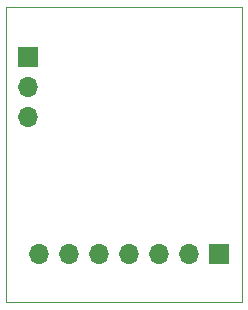
<source format=gbr>
%TF.GenerationSoftware,KiCad,Pcbnew,(5.1.8-0-10_14)*%
%TF.CreationDate,2020-11-27T11:31:21+01:00*%
%TF.ProjectId,Opto-Tacho,4f70746f-2d54-4616-9368-6f2e6b696361,rev?*%
%TF.SameCoordinates,Original*%
%TF.FileFunction,Soldermask,Bot*%
%TF.FilePolarity,Negative*%
%FSLAX46Y46*%
G04 Gerber Fmt 4.6, Leading zero omitted, Abs format (unit mm)*
G04 Created by KiCad (PCBNEW (5.1.8-0-10_14)) date 2020-11-27 11:31:21*
%MOMM*%
%LPD*%
G01*
G04 APERTURE LIST*
%TA.AperFunction,Profile*%
%ADD10C,0.050000*%
%TD*%
%ADD11O,1.700000X1.700000*%
%ADD12R,1.700000X1.700000*%
G04 APERTURE END LIST*
D10*
X120000000Y-93000000D02*
X120000000Y-90000000D01*
X120000000Y-68000000D02*
X120000000Y-90000000D01*
X140000000Y-68000000D02*
X120000000Y-68000000D01*
X140000000Y-93000000D02*
X140000000Y-68000000D01*
X120000000Y-93000000D02*
X140000000Y-93000000D01*
D11*
%TO.C,J901*%
X121850000Y-77305000D03*
X121850000Y-74765000D03*
D12*
X121850000Y-72225000D03*
%TD*%
D11*
%TO.C,J101*%
X122760000Y-88950000D03*
X125300000Y-88950000D03*
X127840000Y-88950000D03*
X130380000Y-88950000D03*
X132920000Y-88950000D03*
X135460000Y-88950000D03*
D12*
X138000000Y-88950000D03*
%TD*%
M02*

</source>
